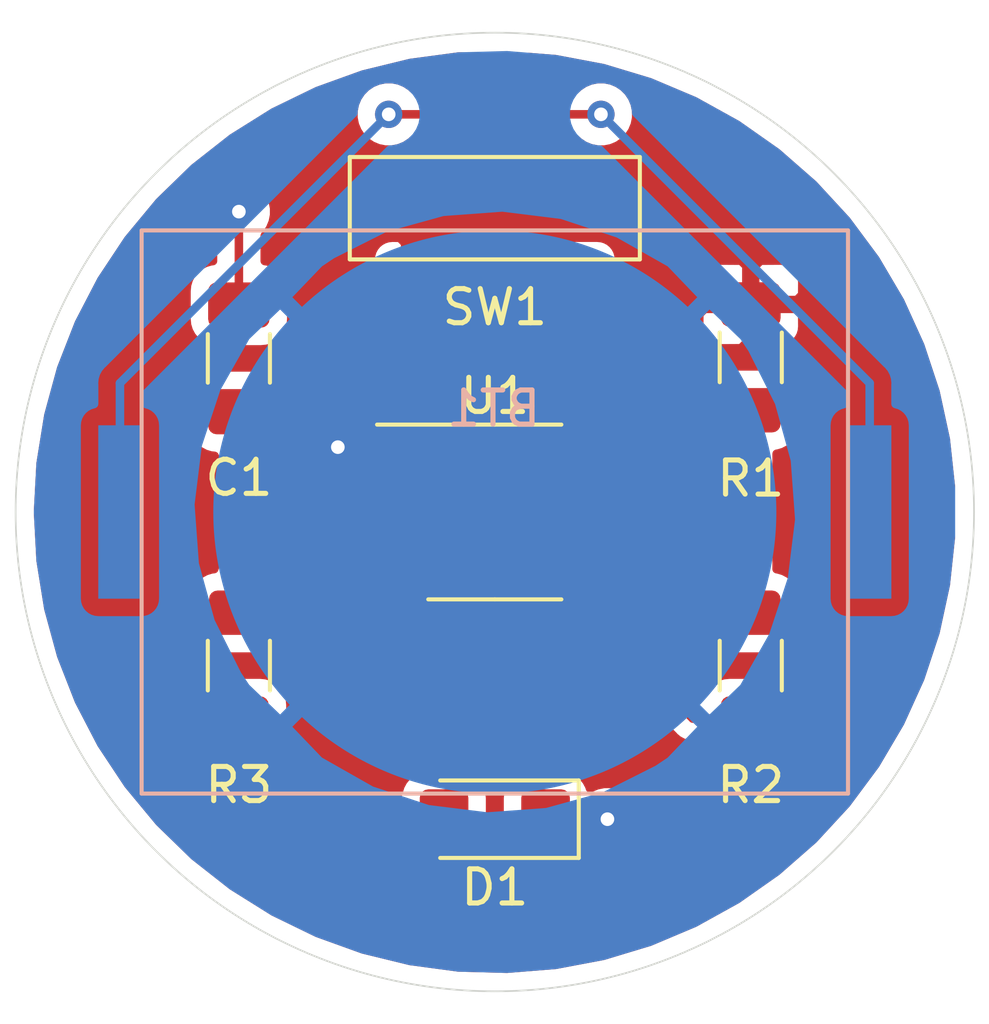
<source format=kicad_pcb>
(kicad_pcb (version 20171130) (host pcbnew "(5.1.9)-1")

  (general
    (thickness 0.51)
    (drawings 1)
    (tracks 38)
    (zones 0)
    (modules 8)
    (nets 10)
  )

  (page A4)
  (layers
    (0 F.Cu signal)
    (31 B.Cu signal)
    (32 B.Adhes user)
    (33 F.Adhes user)
    (34 B.Paste user)
    (35 F.Paste user)
    (36 B.SilkS user)
    (37 F.SilkS user)
    (38 B.Mask user)
    (39 F.Mask user)
    (40 Dwgs.User user)
    (41 Cmts.User user)
    (42 Eco1.User user)
    (43 Eco2.User user)
    (44 Edge.Cuts user)
    (45 Margin user)
    (46 B.CrtYd user)
    (47 F.CrtYd user)
    (48 B.Fab user)
    (49 F.Fab user)
  )

  (setup
    (last_trace_width 0.25)
    (trace_clearance 0.2)
    (zone_clearance 0.508)
    (zone_45_only no)
    (trace_min 0.000152)
    (via_size 0.8)
    (via_drill 0.4)
    (via_min_size 0.000508)
    (via_min_drill 0.3)
    (uvia_size 0.3)
    (uvia_drill 0.1)
    (uvias_allowed no)
    (uvia_min_size 0.000254)
    (uvia_min_drill 0.1)
    (edge_width 0.05)
    (segment_width 0.2)
    (pcb_text_width 0.3)
    (pcb_text_size 1.5 1.5)
    (mod_edge_width 0.12)
    (mod_text_size 1 1)
    (mod_text_width 0.15)
    (pad_size 1.524 1.524)
    (pad_drill 0.762)
    (pad_to_mask_clearance 0.0508)
    (solder_mask_min_width 0.101)
    (aux_axis_origin 0 0)
    (visible_elements 7FFFFFFF)
    (pcbplotparams
      (layerselection 0x010fc_ffffffff)
      (usegerberextensions false)
      (usegerberattributes true)
      (usegerberadvancedattributes true)
      (creategerberjobfile true)
      (excludeedgelayer true)
      (linewidth 0.100000)
      (plotframeref false)
      (viasonmask false)
      (mode 1)
      (useauxorigin false)
      (hpglpennumber 1)
      (hpglpenspeed 20)
      (hpglpendiameter 15.000000)
      (psnegative false)
      (psa4output false)
      (plotreference true)
      (plotvalue true)
      (plotinvisibletext false)
      (padsonsilk false)
      (subtractmaskfromsilk false)
      (outputformat 1)
      (mirror false)
      (drillshape 1)
      (scaleselection 1)
      (outputdirectory ""))
  )

  (net 0 "")
  (net 1 "Net-(BT1-Pad1)")
  (net 2 GND)
  (net 3 "Net-(C1-Pad1)")
  (net 4 "Net-(D1-Pad2)")
  (net 5 "Net-(R1-Pad2)")
  (net 6 "Net-(R3-Pad1)")
  (net 7 "Net-(U1-Pad5)")
  (net 8 "Net-(SW1-Pad3)")
  (net 9 VDD)

  (net_class Default "This is the default net class."
    (clearance 0.2)
    (trace_width 0.25)
    (via_dia 0.8)
    (via_drill 0.4)
    (uvia_dia 0.3)
    (uvia_drill 0.1)
    (add_net GND)
    (add_net "Net-(BT1-Pad1)")
    (add_net "Net-(C1-Pad1)")
    (add_net "Net-(D1-Pad2)")
    (add_net "Net-(R1-Pad2)")
    (add_net "Net-(R3-Pad1)")
    (add_net "Net-(SW1-Pad3)")
    (add_net "Net-(U1-Pad5)")
    (add_net VDD)
  )

  (module src:3034 (layer B.Cu) (tedit 60A817E8) (tstamp 60A6867E)
    (at 158.5 95)
    (path /6090E03A)
    (fp_text reference BT1 (at -0.03 -3.03) (layer B.SilkS)
      (effects (font (size 1 1) (thickness 0.15)) (justify mirror))
    )
    (fp_text value CR2032 (at 0 3.6) (layer B.Fab)
      (effects (font (size 1 1) (thickness 0.15)) (justify mirror))
    )
    (fp_line (start -10.35 -8.25) (end -10.35 8.25) (layer B.SilkS) (width 0.12))
    (fp_line (start 10.35 -8.25) (end -10.35 -8.25) (layer B.SilkS) (width 0.12))
    (fp_line (start 10.35 8.25) (end 10.35 -8.25) (layer B.SilkS) (width 0.12))
    (fp_line (start -10.35 8.25) (end 10.35 8.25) (layer B.SilkS) (width 0.12))
    (pad 2 smd circle (at 0 0) (size 16.5 16.5) (layers B.Cu B.Paste B.Mask)
      (net 2 GND))
    (pad 1 smd rect (at 10.985 0) (size 1.27 5.08) (layers B.Cu B.Paste B.Mask)
      (net 1 "Net-(BT1-Pad1)"))
    (pad 1 smd rect (at -10.985 0) (size 1.27 5.08) (layers B.Cu B.Paste B.Mask)
      (net 1 "Net-(BT1-Pad1)"))
  )

  (module Package_SO:SOIC-8_3.9x4.9mm_P1.27mm (layer F.Cu) (tedit 5D9F72B1) (tstamp 60A58DD4)
    (at 158.5 95)
    (descr "SOIC, 8 Pin (JEDEC MS-012AA, https://www.analog.com/media/en/package-pcb-resources/package/pkg_pdf/soic_narrow-r/r_8.pdf), generated with kicad-footprint-generator ipc_gullwing_generator.py")
    (tags "SOIC SO")
    (path /60908F50)
    (attr smd)
    (fp_text reference U1 (at 0 -3.4) (layer F.SilkS)
      (effects (font (size 1 1) (thickness 0.15)))
    )
    (fp_text value 7555 (at 0 3.4) (layer F.Fab)
      (effects (font (size 1 1) (thickness 0.15)))
    )
    (fp_text user %R (at 0 0) (layer F.Fab)
      (effects (font (size 0.98 0.98) (thickness 0.15)))
    )
    (fp_line (start 0 2.56) (end 1.95 2.56) (layer F.SilkS) (width 0.12))
    (fp_line (start 0 2.56) (end -1.95 2.56) (layer F.SilkS) (width 0.12))
    (fp_line (start 0 -2.56) (end 1.95 -2.56) (layer F.SilkS) (width 0.12))
    (fp_line (start 0 -2.56) (end -3.45 -2.56) (layer F.SilkS) (width 0.12))
    (fp_line (start -0.975 -2.45) (end 1.95 -2.45) (layer F.Fab) (width 0.1))
    (fp_line (start 1.95 -2.45) (end 1.95 2.45) (layer F.Fab) (width 0.1))
    (fp_line (start 1.95 2.45) (end -1.95 2.45) (layer F.Fab) (width 0.1))
    (fp_line (start -1.95 2.45) (end -1.95 -1.475) (layer F.Fab) (width 0.1))
    (fp_line (start -1.95 -1.475) (end -0.975 -2.45) (layer F.Fab) (width 0.1))
    (fp_line (start -3.7 -2.7) (end -3.7 2.7) (layer F.CrtYd) (width 0.05))
    (fp_line (start -3.7 2.7) (end 3.7 2.7) (layer F.CrtYd) (width 0.05))
    (fp_line (start 3.7 2.7) (end 3.7 -2.7) (layer F.CrtYd) (width 0.05))
    (fp_line (start 3.7 -2.7) (end -3.7 -2.7) (layer F.CrtYd) (width 0.05))
    (pad 8 smd roundrect (at 2.475 -1.905) (size 1.95 0.6) (layers F.Cu F.Paste F.Mask) (roundrect_rratio 0.25)
      (net 9 VDD))
    (pad 7 smd roundrect (at 2.475 -0.635) (size 1.95 0.6) (layers F.Cu F.Paste F.Mask) (roundrect_rratio 0.25)
      (net 5 "Net-(R1-Pad2)"))
    (pad 6 smd roundrect (at 2.475 0.635) (size 1.95 0.6) (layers F.Cu F.Paste F.Mask) (roundrect_rratio 0.25)
      (net 3 "Net-(C1-Pad1)"))
    (pad 5 smd roundrect (at 2.475 1.905) (size 1.95 0.6) (layers F.Cu F.Paste F.Mask) (roundrect_rratio 0.25)
      (net 7 "Net-(U1-Pad5)"))
    (pad 4 smd roundrect (at -2.475 1.905) (size 1.95 0.6) (layers F.Cu F.Paste F.Mask) (roundrect_rratio 0.25)
      (net 9 VDD))
    (pad 3 smd roundrect (at -2.475 0.635) (size 1.95 0.6) (layers F.Cu F.Paste F.Mask) (roundrect_rratio 0.25)
      (net 6 "Net-(R3-Pad1)"))
    (pad 2 smd roundrect (at -2.475 -0.635) (size 1.95 0.6) (layers F.Cu F.Paste F.Mask) (roundrect_rratio 0.25)
      (net 3 "Net-(C1-Pad1)"))
    (pad 1 smd roundrect (at -2.475 -1.905) (size 1.95 0.6) (layers F.Cu F.Paste F.Mask) (roundrect_rratio 0.25)
      (net 2 GND))
    (model ${KISYS3DMOD}/Package_SO.3dshapes/SOIC-8_3.9x4.9mm_P1.27mm.wrl
      (at (xyz 0 0 0))
      (scale (xyz 1 1 1))
      (rotate (xyz 0 0 0))
    )
  )

  (module src:JS102011SCQN (layer F.Cu) (tedit 60932C24) (tstamp 60A5A116)
    (at 158.5 86.1)
    (path /6096FD5C)
    (fp_text reference SW1 (at 0 2.9) (layer F.SilkS)
      (effects (font (size 1 1) (thickness 0.15)))
    )
    (fp_text value SW_SPDT (at 0 -0.1) (layer F.Fab)
      (effects (font (size 1 1) (thickness 0.15)))
    )
    (fp_line (start -4.25 1.5) (end 4.25 1.5) (layer F.SilkS) (width 0.12))
    (fp_line (start 4.25 1.5) (end 4.25 -1.5) (layer F.SilkS) (width 0.12))
    (fp_line (start 4.25 -1.5) (end -4.25 -1.5) (layer F.SilkS) (width 0.12))
    (fp_line (start -4.25 -1.5) (end -4.25 1.5) (layer F.SilkS) (width 0.12))
    (pad 3 smd rect (at 2.5 2.75) (size 1 2.5) (layers F.Cu F.Paste F.Mask)
      (net 8 "Net-(SW1-Pad3)"))
    (pad 2 smd rect (at 0 -2.75) (size 1 2.5) (layers F.Cu F.Paste F.Mask)
      (net 1 "Net-(BT1-Pad1)"))
    (pad 1 smd rect (at -2.5 2.75) (size 1 2.5) (layers F.Cu F.Paste F.Mask)
      (net 9 VDD))
  )

  (module Resistor_SMD:R_1206_3216Metric_Pad1.30x1.75mm_HandSolder (layer F.Cu) (tedit 5F68FEEE) (tstamp 60A5AF6D)
    (at 151 99.5 270)
    (descr "Resistor SMD 1206 (3216 Metric), square (rectangular) end terminal, IPC_7351 nominal with elongated pad for handsoldering. (Body size source: IPC-SM-782 page 72, https://www.pcb-3d.com/wordpress/wp-content/uploads/ipc-sm-782a_amendment_1_and_2.pdf), generated with kicad-footprint-generator")
    (tags "resistor handsolder")
    (path /6090A70C)
    (attr smd)
    (fp_text reference R3 (at 3.5 0 180) (layer F.SilkS)
      (effects (font (size 1 1) (thickness 0.15)))
    )
    (fp_text value 150 (at 0 1.82 90) (layer F.Fab)
      (effects (font (size 1 1) (thickness 0.15)))
    )
    (fp_text user %R (at 0 0 90) (layer F.Fab)
      (effects (font (size 0.8 0.8) (thickness 0.12)))
    )
    (fp_line (start -1.6 0.8) (end -1.6 -0.8) (layer F.Fab) (width 0.1))
    (fp_line (start -1.6 -0.8) (end 1.6 -0.8) (layer F.Fab) (width 0.1))
    (fp_line (start 1.6 -0.8) (end 1.6 0.8) (layer F.Fab) (width 0.1))
    (fp_line (start 1.6 0.8) (end -1.6 0.8) (layer F.Fab) (width 0.1))
    (fp_line (start -0.727064 -0.91) (end 0.727064 -0.91) (layer F.SilkS) (width 0.12))
    (fp_line (start -0.727064 0.91) (end 0.727064 0.91) (layer F.SilkS) (width 0.12))
    (fp_line (start -2.45 1.12) (end -2.45 -1.12) (layer F.CrtYd) (width 0.05))
    (fp_line (start -2.45 -1.12) (end 2.45 -1.12) (layer F.CrtYd) (width 0.05))
    (fp_line (start 2.45 -1.12) (end 2.45 1.12) (layer F.CrtYd) (width 0.05))
    (fp_line (start 2.45 1.12) (end -2.45 1.12) (layer F.CrtYd) (width 0.05))
    (pad 2 smd roundrect (at 1.55 0 270) (size 1.3 1.75) (layers F.Cu F.Paste F.Mask) (roundrect_rratio 0.192308)
      (net 4 "Net-(D1-Pad2)"))
    (pad 1 smd roundrect (at -1.55 0 270) (size 1.3 1.75) (layers F.Cu F.Paste F.Mask) (roundrect_rratio 0.192308)
      (net 6 "Net-(R3-Pad1)"))
    (model ${KISYS3DMOD}/Resistor_SMD.3dshapes/R_1206_3216Metric.wrl
      (at (xyz 0 0 0))
      (scale (xyz 1 1 1))
      (rotate (xyz 0 0 0))
    )
  )

  (module Resistor_SMD:R_1206_3216Metric_Pad1.30x1.75mm_HandSolder (layer F.Cu) (tedit 5F68FEEE) (tstamp 60A68603)
    (at 166 99.5 270)
    (descr "Resistor SMD 1206 (3216 Metric), square (rectangular) end terminal, IPC_7351 nominal with elongated pad for handsoldering. (Body size source: IPC-SM-782 page 72, https://www.pcb-3d.com/wordpress/wp-content/uploads/ipc-sm-782a_amendment_1_and_2.pdf), generated with kicad-footprint-generator")
    (tags "resistor handsolder")
    (path /6090A2E7)
    (attr smd)
    (fp_text reference R2 (at 3.5 0 180) (layer F.SilkS)
      (effects (font (size 1 1) (thickness 0.15)))
    )
    (fp_text value 470k (at -3.1 0 180) (layer F.Fab)
      (effects (font (size 1 1) (thickness 0.15)))
    )
    (fp_text user %R (at 0 0 90) (layer F.Fab)
      (effects (font (size 0.8 0.8) (thickness 0.12)))
    )
    (fp_line (start -1.6 0.8) (end -1.6 -0.8) (layer F.Fab) (width 0.1))
    (fp_line (start -1.6 -0.8) (end 1.6 -0.8) (layer F.Fab) (width 0.1))
    (fp_line (start 1.6 -0.8) (end 1.6 0.8) (layer F.Fab) (width 0.1))
    (fp_line (start 1.6 0.8) (end -1.6 0.8) (layer F.Fab) (width 0.1))
    (fp_line (start -0.727064 -0.91) (end 0.727064 -0.91) (layer F.SilkS) (width 0.12))
    (fp_line (start -0.727064 0.91) (end 0.727064 0.91) (layer F.SilkS) (width 0.12))
    (fp_line (start -2.45 1.12) (end -2.45 -1.12) (layer F.CrtYd) (width 0.05))
    (fp_line (start -2.45 -1.12) (end 2.45 -1.12) (layer F.CrtYd) (width 0.05))
    (fp_line (start 2.45 -1.12) (end 2.45 1.12) (layer F.CrtYd) (width 0.05))
    (fp_line (start 2.45 1.12) (end -2.45 1.12) (layer F.CrtYd) (width 0.05))
    (pad 2 smd roundrect (at 1.55 0 270) (size 1.3 1.75) (layers F.Cu F.Paste F.Mask) (roundrect_rratio 0.192308)
      (net 3 "Net-(C1-Pad1)"))
    (pad 1 smd roundrect (at -1.55 0 270) (size 1.3 1.75) (layers F.Cu F.Paste F.Mask) (roundrect_rratio 0.192308)
      (net 5 "Net-(R1-Pad2)"))
    (model ${KISYS3DMOD}/Resistor_SMD.3dshapes/R_1206_3216Metric.wrl
      (at (xyz 0 0 0))
      (scale (xyz 1 1 1))
      (rotate (xyz 0 0 0))
    )
  )

  (module Resistor_SMD:R_1206_3216Metric_Pad1.30x1.75mm_HandSolder (layer F.Cu) (tedit 5F68FEEE) (tstamp 60A5AEBB)
    (at 166 90.47 270)
    (descr "Resistor SMD 1206 (3216 Metric), square (rectangular) end terminal, IPC_7351 nominal with elongated pad for handsoldering. (Body size source: IPC-SM-782 page 72, https://www.pcb-3d.com/wordpress/wp-content/uploads/ipc-sm-782a_amendment_1_and_2.pdf), generated with kicad-footprint-generator")
    (tags "resistor handsolder")
    (path /60909B15)
    (attr smd)
    (fp_text reference R1 (at 3.55 0 180) (layer F.SilkS)
      (effects (font (size 1 1) (thickness 0.15)))
    )
    (fp_text value 1k (at -3.07 0 180) (layer F.Fab)
      (effects (font (size 1 1) (thickness 0.15)))
    )
    (fp_text user %R (at 0 0 90) (layer F.Fab)
      (effects (font (size 0.8 0.8) (thickness 0.12)))
    )
    (fp_line (start -1.6 0.8) (end -1.6 -0.8) (layer F.Fab) (width 0.1))
    (fp_line (start -1.6 -0.8) (end 1.6 -0.8) (layer F.Fab) (width 0.1))
    (fp_line (start 1.6 -0.8) (end 1.6 0.8) (layer F.Fab) (width 0.1))
    (fp_line (start 1.6 0.8) (end -1.6 0.8) (layer F.Fab) (width 0.1))
    (fp_line (start -0.727064 -0.91) (end 0.727064 -0.91) (layer F.SilkS) (width 0.12))
    (fp_line (start -0.727064 0.91) (end 0.727064 0.91) (layer F.SilkS) (width 0.12))
    (fp_line (start -2.45 1.12) (end -2.45 -1.12) (layer F.CrtYd) (width 0.05))
    (fp_line (start -2.45 -1.12) (end 2.45 -1.12) (layer F.CrtYd) (width 0.05))
    (fp_line (start 2.45 -1.12) (end 2.45 1.12) (layer F.CrtYd) (width 0.05))
    (fp_line (start 2.45 1.12) (end -2.45 1.12) (layer F.CrtYd) (width 0.05))
    (pad 2 smd roundrect (at 1.55 0 270) (size 1.3 1.75) (layers F.Cu F.Paste F.Mask) (roundrect_rratio 0.192308)
      (net 5 "Net-(R1-Pad2)"))
    (pad 1 smd roundrect (at -1.55 0 270) (size 1.3 1.75) (layers F.Cu F.Paste F.Mask) (roundrect_rratio 0.192308)
      (net 9 VDD))
    (model ${KISYS3DMOD}/Resistor_SMD.3dshapes/R_1206_3216Metric.wrl
      (at (xyz 0 0 0))
      (scale (xyz 1 1 1))
      (rotate (xyz 0 0 0))
    )
  )

  (module LED_SMD:LED_1206_3216Metric_Pad1.42x1.75mm_HandSolder (layer F.Cu) (tedit 5F68FEF1) (tstamp 60A59935)
    (at 158.5 104 180)
    (descr "LED SMD 1206 (3216 Metric), square (rectangular) end terminal, IPC_7351 nominal, (Body size source: http://www.tortai-tech.com/upload/download/2011102023233369053.pdf), generated with kicad-footprint-generator")
    (tags "LED handsolder")
    (path /6090D5BB)
    (attr smd)
    (fp_text reference D1 (at 0 -2) (layer F.SilkS)
      (effects (font (size 1 1) (thickness 0.15)))
    )
    (fp_text value LED (at 0 1.82) (layer F.Fab)
      (effects (font (size 1 1) (thickness 0.15)))
    )
    (fp_text user %R (at 0 0) (layer F.Fab)
      (effects (font (size 0.8 0.8) (thickness 0.12)))
    )
    (fp_line (start 1.6 -0.8) (end -1.2 -0.8) (layer F.Fab) (width 0.1))
    (fp_line (start -1.2 -0.8) (end -1.6 -0.4) (layer F.Fab) (width 0.1))
    (fp_line (start -1.6 -0.4) (end -1.6 0.8) (layer F.Fab) (width 0.1))
    (fp_line (start -1.6 0.8) (end 1.6 0.8) (layer F.Fab) (width 0.1))
    (fp_line (start 1.6 0.8) (end 1.6 -0.8) (layer F.Fab) (width 0.1))
    (fp_line (start 1.6 -1.135) (end -2.46 -1.135) (layer F.SilkS) (width 0.12))
    (fp_line (start -2.46 -1.135) (end -2.46 1.135) (layer F.SilkS) (width 0.12))
    (fp_line (start -2.46 1.135) (end 1.6 1.135) (layer F.SilkS) (width 0.12))
    (fp_line (start -2.45 1.12) (end -2.45 -1.12) (layer F.CrtYd) (width 0.05))
    (fp_line (start -2.45 -1.12) (end 2.45 -1.12) (layer F.CrtYd) (width 0.05))
    (fp_line (start 2.45 -1.12) (end 2.45 1.12) (layer F.CrtYd) (width 0.05))
    (fp_line (start 2.45 1.12) (end -2.45 1.12) (layer F.CrtYd) (width 0.05))
    (pad 2 smd roundrect (at 1.4875 0 180) (size 1.425 1.75) (layers F.Cu F.Paste F.Mask) (roundrect_rratio 0.175439)
      (net 4 "Net-(D1-Pad2)"))
    (pad 1 smd roundrect (at -1.4875 0 180) (size 1.425 1.75) (layers F.Cu F.Paste F.Mask) (roundrect_rratio 0.175439)
      (net 2 GND))
    (model ${KISYS3DMOD}/LED_SMD.3dshapes/LED_1206_3216Metric.wrl
      (at (xyz 0 0 0))
      (scale (xyz 1 1 1))
      (rotate (xyz 0 0 0))
    )
  )

  (module Capacitor_SMD:C_1206_3216Metric_Pad1.33x1.80mm_HandSolder (layer F.Cu) (tedit 5F68FEEF) (tstamp 60A590B5)
    (at 151 90.5 90)
    (descr "Capacitor SMD 1206 (3216 Metric), square (rectangular) end terminal, IPC_7351 nominal with elongated pad for handsoldering. (Body size source: IPC-SM-782 page 76, https://www.pcb-3d.com/wordpress/wp-content/uploads/ipc-sm-782a_amendment_1_and_2.pdf), generated with kicad-footprint-generator")
    (tags "capacitor handsolder")
    (path /6090AFC9)
    (attr smd)
    (fp_text reference C1 (at -3.5 0 180) (layer F.SilkS)
      (effects (font (size 1 1) (thickness 0.15)))
    )
    (fp_text value 1uF (at 0 -1.8 90) (layer F.Fab)
      (effects (font (size 1 1) (thickness 0.15)))
    )
    (fp_text user %R (at 0 0 90) (layer F.Fab)
      (effects (font (size 0.8 0.8) (thickness 0.12)))
    )
    (fp_line (start -1.6 0.8) (end -1.6 -0.8) (layer F.Fab) (width 0.1))
    (fp_line (start -1.6 -0.8) (end 1.6 -0.8) (layer F.Fab) (width 0.1))
    (fp_line (start 1.6 -0.8) (end 1.6 0.8) (layer F.Fab) (width 0.1))
    (fp_line (start 1.6 0.8) (end -1.6 0.8) (layer F.Fab) (width 0.1))
    (fp_line (start -0.711252 -0.91) (end 0.711252 -0.91) (layer F.SilkS) (width 0.12))
    (fp_line (start -0.711252 0.91) (end 0.711252 0.91) (layer F.SilkS) (width 0.12))
    (fp_line (start -2.48 1.15) (end -2.48 -1.15) (layer F.CrtYd) (width 0.05))
    (fp_line (start -2.48 -1.15) (end 2.48 -1.15) (layer F.CrtYd) (width 0.05))
    (fp_line (start 2.48 -1.15) (end 2.48 1.15) (layer F.CrtYd) (width 0.05))
    (fp_line (start 2.48 1.15) (end -2.48 1.15) (layer F.CrtYd) (width 0.05))
    (pad 2 smd roundrect (at 1.5625 0 90) (size 1.325 1.8) (layers F.Cu F.Paste F.Mask) (roundrect_rratio 0.188679)
      (net 2 GND))
    (pad 1 smd roundrect (at -1.5625 0 90) (size 1.325 1.8) (layers F.Cu F.Paste F.Mask) (roundrect_rratio 0.188679)
      (net 3 "Net-(C1-Pad1)"))
    (model ${KISYS3DMOD}/Capacitor_SMD.3dshapes/C_1206_3216Metric.wrl
      (at (xyz 0 0 0))
      (scale (xyz 1 1 1))
      (rotate (xyz 0 0 0))
    )
  )

  (gr_circle (center 158.5 95) (end 166.7 106.4) (layer Edge.Cuts) (width 0.05) (tstamp 60A5912A))

  (via (at 155.39 83.35) (size 0.8) (drill 0.4) (layers F.Cu B.Cu) (net 1))
  (segment (start 147.515 91.225) (end 155.39 83.35) (width 0.25) (layer B.Cu) (net 1))
  (segment (start 147.515 95) (end 147.515 91.225) (width 0.25) (layer B.Cu) (net 1))
  (segment (start 155.39 83.35) (end 158.5 83.35) (width 0.25) (layer F.Cu) (net 1))
  (segment (start 161.61 83.35) (end 158.5 83.35) (width 0.25) (layer F.Cu) (net 1) (tstamp 60A8276A))
  (via (at 161.61 83.35) (size 0.8) (drill 0.4) (layers F.Cu B.Cu) (net 1) (tstamp 60A827A0))
  (segment (start 169.485 91.225) (end 161.61 83.35) (width 0.25) (layer B.Cu) (net 1) (tstamp 60A827B0))
  (segment (start 169.485 95) (end 169.485 91.225) (width 0.25) (layer B.Cu) (net 1))
  (via (at 161.8 104) (size 0.8) (drill 0.4) (layers F.Cu B.Cu) (net 2))
  (segment (start 159.9875 104) (end 161.8 104) (width 0.25) (layer F.Cu) (net 2))
  (via (at 153.9 93.1) (size 0.8) (drill 0.4) (layers F.Cu B.Cu) (net 2))
  (segment (start 153.905 93.095) (end 153.9 93.1) (width 0.25) (layer F.Cu) (net 2))
  (segment (start 156.025 93.095) (end 153.905 93.095) (width 0.25) (layer F.Cu) (net 2))
  (via (at 151 86.2) (size 0.8) (drill 0.4) (layers F.Cu B.Cu) (net 2))
  (segment (start 151 88.9375) (end 151 86.2) (width 0.25) (layer F.Cu) (net 2))
  (segment (start 151 92.0625) (end 151 93.088) (width 0.25) (layer F.Cu) (net 3))
  (segment (start 152.277 94.365) (end 156.025 94.365) (width 0.25) (layer F.Cu) (net 3))
  (segment (start 151 93.088) (end 152.277 94.365) (width 0.25) (layer F.Cu) (net 3))
  (segment (start 166 101.05) (end 164.3 101.05) (width 0.25) (layer F.Cu) (net 3))
  (segment (start 164.3 101.05) (end 163.5 100.25) (width 0.25) (layer F.Cu) (net 3))
  (segment (start 163.5 100.25) (end 163.5 96.5) (width 0.25) (layer F.Cu) (net 3))
  (segment (start 162.635 95.635) (end 160.975 95.635) (width 0.25) (layer F.Cu) (net 3))
  (segment (start 163.5 96.5) (end 162.635 95.635) (width 0.25) (layer F.Cu) (net 3))
  (segment (start 156.025 94.365) (end 157.865 94.365) (width 0.25) (layer F.Cu) (net 3))
  (segment (start 159.135 95.635) (end 160.975 95.635) (width 0.25) (layer F.Cu) (net 3))
  (segment (start 157.865 94.365) (end 159.135 95.635) (width 0.25) (layer F.Cu) (net 3))
  (segment (start 151 101.05) (end 151 102.994) (width 0.25) (layer F.Cu) (net 4))
  (segment (start 152.006 104) (end 157.0125 104) (width 0.25) (layer F.Cu) (net 4))
  (segment (start 151 102.994) (end 152.006 104) (width 0.25) (layer F.Cu) (net 4))
  (segment (start 166 97.95) (end 166 92.02) (width 0.25) (layer F.Cu) (net 5))
  (segment (start 166 92.02) (end 164.23 92.02) (width 0.25) (layer F.Cu) (net 5))
  (segment (start 164.23 92.02) (end 163.5 92.75) (width 0.25) (layer F.Cu) (net 5))
  (segment (start 163.5 92.75) (end 163.5 94) (width 0.25) (layer F.Cu) (net 5))
  (segment (start 163.135 94.365) (end 160.975 94.365) (width 0.25) (layer F.Cu) (net 5))
  (segment (start 163.5 94) (end 163.135 94.365) (width 0.25) (layer F.Cu) (net 5))
  (segment (start 151 97.95) (end 151 96.904) (width 0.25) (layer F.Cu) (net 6))
  (segment (start 152.269 95.635) (end 156.025 95.635) (width 0.25) (layer F.Cu) (net 6))
  (segment (start 151 96.904) (end 152.269 95.635) (width 0.25) (layer F.Cu) (net 6))

  (zone (net 2) (net_name GND) (layer B.Cu) (tstamp 60A68792) (hatch edge 0.508)
    (connect_pads (clearance 0.508))
    (min_thickness 0.254)
    (fill yes (arc_segments 32) (thermal_gap 0.508) (thermal_bridge_width 0.508))
    (polygon
      (pts
        (xy 173 110) (xy 144 110) (xy 144 80) (xy 173 80)
      )
    )
    (filled_polygon
      (pts
        (xy 160.276238 81.735608) (xy 161.676094 81.999556) (xy 163.039963 82.410804) (xy 164.352393 82.964693) (xy 165.598513 83.654946)
        (xy 166.764203 84.473744) (xy 167.836258 85.411808) (xy 168.802528 86.458511) (xy 169.652067 87.601992) (xy 170.375248 88.829295)
        (xy 170.963878 90.126515) (xy 171.411288 91.478953) (xy 171.712407 92.871286) (xy 171.863825 94.287739) (xy 171.863825 95.712261)
        (xy 171.712407 97.128714) (xy 171.411288 98.521047) (xy 170.963878 99.873485) (xy 170.375248 101.170705) (xy 169.652067 102.398008)
        (xy 168.802528 103.541489) (xy 167.836258 104.588192) (xy 166.764203 105.526256) (xy 165.598513 106.345054) (xy 164.352393 107.035307)
        (xy 163.039963 107.589196) (xy 161.676094 108.000444) (xy 160.276238 108.264392) (xy 158.856257 108.378049) (xy 157.432239 108.340128)
        (xy 156.02032 108.151057) (xy 154.636496 107.81298) (xy 153.296447 107.329727) (xy 152.015356 106.706772) (xy 150.80774 105.951176)
        (xy 149.687279 105.071498) (xy 148.66667 104.077706) (xy 147.757477 102.98106) (xy 146.970001 101.793986) (xy 146.708086 101.289942)
        (xy 152.389663 101.289942) (xy 153.355534 102.296815) (xy 154.877922 103.160244) (xy 156.539503 103.71008) (xy 158.276426 103.925192)
        (xy 160.021941 103.797314) (xy 161.708967 103.33136) (xy 163.272676 102.545237) (xy 163.644466 102.296815) (xy 164.610337 101.289942)
        (xy 158.5 95.179605) (xy 152.389663 101.289942) (xy 146.708086 101.289942) (xy 146.313164 100.529933) (xy 145.794409 99.203223)
        (xy 145.419614 97.82889) (xy 145.193024 96.422504) (xy 145.117208 95) (xy 145.193024 93.577496) (xy 145.373069 92.46)
        (xy 146.241928 92.46) (xy 146.241928 97.54) (xy 146.254188 97.664482) (xy 146.290498 97.78418) (xy 146.349463 97.894494)
        (xy 146.428815 97.991185) (xy 146.525506 98.070537) (xy 146.63582 98.129502) (xy 146.755518 98.165812) (xy 146.88 98.178072)
        (xy 148.15 98.178072) (xy 148.274482 98.165812) (xy 148.39418 98.129502) (xy 148.504494 98.070537) (xy 148.601185 97.991185)
        (xy 148.680537 97.894494) (xy 148.739502 97.78418) (xy 148.775812 97.664482) (xy 148.788072 97.54) (xy 148.788072 94.776426)
        (xy 149.574808 94.776426) (xy 149.702686 96.521941) (xy 150.16864 98.208967) (xy 150.954763 99.772676) (xy 151.203185 100.144466)
        (xy 152.210058 101.110337) (xy 158.320395 95) (xy 158.679605 95) (xy 164.789942 101.110337) (xy 165.796815 100.144466)
        (xy 166.660244 98.622078) (xy 167.21008 96.960497) (xy 167.425192 95.223574) (xy 167.297314 93.478059) (xy 166.83136 91.791033)
        (xy 166.045237 90.227324) (xy 165.796815 89.855534) (xy 164.789942 88.889663) (xy 158.679605 95) (xy 158.320395 95)
        (xy 152.210058 88.889663) (xy 151.203185 89.855534) (xy 150.339756 91.377922) (xy 149.78992 93.039503) (xy 149.574808 94.776426)
        (xy 148.788072 94.776426) (xy 148.788072 92.46) (xy 148.775812 92.335518) (xy 148.739502 92.21582) (xy 148.680537 92.105506)
        (xy 148.601185 92.008815) (xy 148.504494 91.929463) (xy 148.39418 91.870498) (xy 148.275 91.834345) (xy 148.275 91.539801)
        (xy 151.104743 88.710058) (xy 152.389663 88.710058) (xy 158.5 94.820395) (xy 164.610337 88.710058) (xy 163.644466 87.703185)
        (xy 162.122078 86.839756) (xy 160.460497 86.28992) (xy 158.723574 86.074808) (xy 156.978059 86.202686) (xy 155.291033 86.66864)
        (xy 153.727324 87.454763) (xy 153.355534 87.703185) (xy 152.389663 88.710058) (xy 151.104743 88.710058) (xy 155.429802 84.385)
        (xy 155.491939 84.385) (xy 155.691898 84.345226) (xy 155.880256 84.267205) (xy 156.049774 84.153937) (xy 156.193937 84.009774)
        (xy 156.307205 83.840256) (xy 156.385226 83.651898) (xy 156.425 83.451939) (xy 156.425 83.248061) (xy 160.575 83.248061)
        (xy 160.575 83.451939) (xy 160.614774 83.651898) (xy 160.692795 83.840256) (xy 160.806063 84.009774) (xy 160.950226 84.153937)
        (xy 161.119744 84.267205) (xy 161.308102 84.345226) (xy 161.508061 84.385) (xy 161.570199 84.385) (xy 168.725001 91.539803)
        (xy 168.725001 91.834345) (xy 168.60582 91.870498) (xy 168.495506 91.929463) (xy 168.398815 92.008815) (xy 168.319463 92.105506)
        (xy 168.260498 92.21582) (xy 168.224188 92.335518) (xy 168.211928 92.46) (xy 168.211928 97.54) (xy 168.224188 97.664482)
        (xy 168.260498 97.78418) (xy 168.319463 97.894494) (xy 168.398815 97.991185) (xy 168.495506 98.070537) (xy 168.60582 98.129502)
        (xy 168.725518 98.165812) (xy 168.85 98.178072) (xy 170.12 98.178072) (xy 170.244482 98.165812) (xy 170.36418 98.129502)
        (xy 170.474494 98.070537) (xy 170.571185 97.991185) (xy 170.650537 97.894494) (xy 170.709502 97.78418) (xy 170.745812 97.664482)
        (xy 170.758072 97.54) (xy 170.758072 92.46) (xy 170.745812 92.335518) (xy 170.709502 92.21582) (xy 170.650537 92.105506)
        (xy 170.571185 92.008815) (xy 170.474494 91.929463) (xy 170.36418 91.870498) (xy 170.245 91.834345) (xy 170.245 91.262323)
        (xy 170.248676 91.225) (xy 170.245 91.187677) (xy 170.245 91.187667) (xy 170.234003 91.076014) (xy 170.190546 90.932753)
        (xy 170.119974 90.800724) (xy 170.025001 90.684999) (xy 169.996003 90.661201) (xy 162.645 83.310199) (xy 162.645 83.248061)
        (xy 162.605226 83.048102) (xy 162.527205 82.859744) (xy 162.413937 82.690226) (xy 162.269774 82.546063) (xy 162.100256 82.432795)
        (xy 161.911898 82.354774) (xy 161.711939 82.315) (xy 161.508061 82.315) (xy 161.308102 82.354774) (xy 161.119744 82.432795)
        (xy 160.950226 82.546063) (xy 160.806063 82.690226) (xy 160.692795 82.859744) (xy 160.614774 83.048102) (xy 160.575 83.248061)
        (xy 156.425 83.248061) (xy 156.385226 83.048102) (xy 156.307205 82.859744) (xy 156.193937 82.690226) (xy 156.049774 82.546063)
        (xy 155.880256 82.432795) (xy 155.691898 82.354774) (xy 155.491939 82.315) (xy 155.288061 82.315) (xy 155.088102 82.354774)
        (xy 154.899744 82.432795) (xy 154.730226 82.546063) (xy 154.586063 82.690226) (xy 154.472795 82.859744) (xy 154.394774 83.048102)
        (xy 154.355 83.248061) (xy 154.355 83.310198) (xy 147.003998 90.661201) (xy 146.975 90.684999) (xy 146.951202 90.713997)
        (xy 146.951201 90.713998) (xy 146.880026 90.800724) (xy 146.809454 90.932754) (xy 146.765998 91.076015) (xy 146.751324 91.225)
        (xy 146.755001 91.262332) (xy 146.755001 91.834345) (xy 146.63582 91.870498) (xy 146.525506 91.929463) (xy 146.428815 92.008815)
        (xy 146.349463 92.105506) (xy 146.290498 92.21582) (xy 146.254188 92.335518) (xy 146.241928 92.46) (xy 145.373069 92.46)
        (xy 145.419614 92.17111) (xy 145.794409 90.796777) (xy 146.313164 89.470067) (xy 146.970001 88.206014) (xy 147.757477 87.01894)
        (xy 148.66667 85.922294) (xy 149.687279 84.928502) (xy 150.80774 84.048824) (xy 152.015356 83.293228) (xy 153.296447 82.670273)
        (xy 154.636496 82.18702) (xy 156.02032 81.848943) (xy 157.432239 81.659872) (xy 158.856257 81.621951)
      )
    )
  )
  (zone (net 9) (net_name VDD) (layer F.Cu) (tstamp 0) (hatch edge 0.508)
    (connect_pads (clearance 0.508))
    (min_thickness 0.254)
    (fill yes (arc_segments 32) (thermal_gap 0.508) (thermal_bridge_width 0.508))
    (polygon
      (pts
        (xy 173 110) (xy 144 110) (xy 144 80) (xy 173 80)
      )
    )
    (filled_polygon
      (pts
        (xy 157.469463 81.745506) (xy 157.410498 81.85582) (xy 157.374188 81.975518) (xy 157.361928 82.1) (xy 157.361928 82.59)
        (xy 156.093711 82.59) (xy 156.049774 82.546063) (xy 155.880256 82.432795) (xy 155.691898 82.354774) (xy 155.491939 82.315)
        (xy 155.288061 82.315) (xy 155.088102 82.354774) (xy 154.899744 82.432795) (xy 154.730226 82.546063) (xy 154.586063 82.690226)
        (xy 154.472795 82.859744) (xy 154.394774 83.048102) (xy 154.355 83.248061) (xy 154.355 83.451939) (xy 154.394774 83.651898)
        (xy 154.472795 83.840256) (xy 154.586063 84.009774) (xy 154.730226 84.153937) (xy 154.899744 84.267205) (xy 155.088102 84.345226)
        (xy 155.288061 84.385) (xy 155.491939 84.385) (xy 155.691898 84.345226) (xy 155.880256 84.267205) (xy 156.049774 84.153937)
        (xy 156.093711 84.11) (xy 157.361928 84.11) (xy 157.361928 84.6) (xy 157.374188 84.724482) (xy 157.410498 84.84418)
        (xy 157.469463 84.954494) (xy 157.548815 85.051185) (xy 157.645506 85.130537) (xy 157.75582 85.189502) (xy 157.875518 85.225812)
        (xy 158 85.238072) (xy 159 85.238072) (xy 159.124482 85.225812) (xy 159.24418 85.189502) (xy 159.354494 85.130537)
        (xy 159.451185 85.051185) (xy 159.530537 84.954494) (xy 159.589502 84.84418) (xy 159.625812 84.724482) (xy 159.638072 84.6)
        (xy 159.638072 84.11) (xy 160.906289 84.11) (xy 160.950226 84.153937) (xy 161.119744 84.267205) (xy 161.308102 84.345226)
        (xy 161.508061 84.385) (xy 161.711939 84.385) (xy 161.911898 84.345226) (xy 162.100256 84.267205) (xy 162.269774 84.153937)
        (xy 162.413937 84.009774) (xy 162.527205 83.840256) (xy 162.605226 83.651898) (xy 162.645 83.451939) (xy 162.645 83.248061)
        (xy 162.605226 83.048102) (xy 162.527205 82.859744) (xy 162.413937 82.690226) (xy 162.269774 82.546063) (xy 162.100256 82.432795)
        (xy 161.911898 82.354774) (xy 161.711939 82.315) (xy 161.508061 82.315) (xy 161.308102 82.354774) (xy 161.119744 82.432795)
        (xy 160.950226 82.546063) (xy 160.906289 82.59) (xy 159.638072 82.59) (xy 159.638072 82.1) (xy 159.625812 81.975518)
        (xy 159.589502 81.85582) (xy 159.530537 81.745506) (xy 159.469415 81.671029) (xy 160.276238 81.735608) (xy 161.676094 81.999556)
        (xy 163.039963 82.410804) (xy 164.352393 82.964693) (xy 165.598513 83.654946) (xy 166.764203 84.473744) (xy 167.836258 85.411808)
        (xy 168.802528 86.458511) (xy 169.652067 87.601992) (xy 170.375248 88.829295) (xy 170.963878 90.126515) (xy 171.411288 91.478953)
        (xy 171.712407 92.871286) (xy 171.863825 94.287739) (xy 171.863825 95.712261) (xy 171.712407 97.128714) (xy 171.411288 98.521047)
        (xy 170.963878 99.873485) (xy 170.375248 101.170705) (xy 169.652067 102.398008) (xy 168.802528 103.541489) (xy 167.836258 104.588192)
        (xy 166.764203 105.526256) (xy 165.598513 106.345054) (xy 164.352393 107.035307) (xy 163.039963 107.589196) (xy 161.676094 108.000444)
        (xy 160.276238 108.264392) (xy 158.856257 108.378049) (xy 157.432239 108.340128) (xy 156.02032 108.151057) (xy 154.636496 107.81298)
        (xy 153.296447 107.329727) (xy 152.015356 106.706772) (xy 150.80774 105.951176) (xy 149.687279 105.071498) (xy 148.66667 104.077706)
        (xy 147.757477 102.98106) (xy 146.970001 101.793986) (xy 146.375555 100.65) (xy 149.486928 100.65) (xy 149.486928 101.45)
        (xy 149.503992 101.623254) (xy 149.554528 101.78985) (xy 149.636595 101.943386) (xy 149.747038 102.077962) (xy 149.881614 102.188405)
        (xy 150.03515 102.270472) (xy 150.201746 102.321008) (xy 150.240001 102.324776) (xy 150.240001 102.956668) (xy 150.236324 102.994)
        (xy 150.250998 103.142985) (xy 150.294454 103.286246) (xy 150.365026 103.418276) (xy 150.399268 103.459999) (xy 150.46 103.534001)
        (xy 150.488998 103.557799) (xy 151.442201 104.511003) (xy 151.465999 104.540001) (xy 151.581724 104.634974) (xy 151.713753 104.705546)
        (xy 151.857014 104.749003) (xy 151.968667 104.76) (xy 151.968677 104.76) (xy 152.006 104.763676) (xy 152.043323 104.76)
        (xy 155.675224 104.76) (xy 155.678992 104.798254) (xy 155.729528 104.96485) (xy 155.811595 105.118386) (xy 155.922038 105.252962)
        (xy 156.056614 105.363405) (xy 156.21015 105.445472) (xy 156.376746 105.496008) (xy 156.55 105.513072) (xy 157.475 105.513072)
        (xy 157.648254 105.496008) (xy 157.81485 105.445472) (xy 157.968386 105.363405) (xy 158.102962 105.252962) (xy 158.213405 105.118386)
        (xy 158.295472 104.96485) (xy 158.346008 104.798254) (xy 158.363072 104.625) (xy 158.363072 103.375) (xy 158.636928 103.375)
        (xy 158.636928 104.625) (xy 158.653992 104.798254) (xy 158.704528 104.96485) (xy 158.786595 105.118386) (xy 158.897038 105.252962)
        (xy 159.031614 105.363405) (xy 159.18515 105.445472) (xy 159.351746 105.496008) (xy 159.525 105.513072) (xy 160.45 105.513072)
        (xy 160.623254 105.496008) (xy 160.78985 105.445472) (xy 160.943386 105.363405) (xy 161.077962 105.252962) (xy 161.188405 105.118386)
        (xy 161.270472 104.96485) (xy 161.289108 104.903416) (xy 161.309744 104.917205) (xy 161.498102 104.995226) (xy 161.698061 105.035)
        (xy 161.901939 105.035) (xy 162.101898 104.995226) (xy 162.290256 104.917205) (xy 162.459774 104.803937) (xy 162.603937 104.659774)
        (xy 162.717205 104.490256) (xy 162.795226 104.301898) (xy 162.835 104.101939) (xy 162.835 103.898061) (xy 162.795226 103.698102)
        (xy 162.717205 103.509744) (xy 162.603937 103.340226) (xy 162.459774 103.196063) (xy 162.290256 103.082795) (xy 162.101898 103.004774)
        (xy 161.901939 102.965) (xy 161.698061 102.965) (xy 161.498102 103.004774) (xy 161.309744 103.082795) (xy 161.289108 103.096584)
        (xy 161.270472 103.03515) (xy 161.188405 102.881614) (xy 161.077962 102.747038) (xy 160.943386 102.636595) (xy 160.78985 102.554528)
        (xy 160.623254 102.503992) (xy 160.45 102.486928) (xy 159.525 102.486928) (xy 159.351746 102.503992) (xy 159.18515 102.554528)
        (xy 159.031614 102.636595) (xy 158.897038 102.747038) (xy 158.786595 102.881614) (xy 158.704528 103.03515) (xy 158.653992 103.201746)
        (xy 158.636928 103.375) (xy 158.363072 103.375) (xy 158.346008 103.201746) (xy 158.295472 103.03515) (xy 158.213405 102.881614)
        (xy 158.102962 102.747038) (xy 157.968386 102.636595) (xy 157.81485 102.554528) (xy 157.648254 102.503992) (xy 157.475 102.486928)
        (xy 156.55 102.486928) (xy 156.376746 102.503992) (xy 156.21015 102.554528) (xy 156.056614 102.636595) (xy 155.922038 102.747038)
        (xy 155.811595 102.881614) (xy 155.729528 103.03515) (xy 155.678992 103.201746) (xy 155.675224 103.24) (xy 152.320802 103.24)
        (xy 151.76 102.679199) (xy 151.76 102.324776) (xy 151.798254 102.321008) (xy 151.96485 102.270472) (xy 152.118386 102.188405)
        (xy 152.252962 102.077962) (xy 152.363405 101.943386) (xy 152.445472 101.78985) (xy 152.496008 101.623254) (xy 152.513072 101.45)
        (xy 152.513072 100.65) (xy 152.496008 100.476746) (xy 152.445472 100.31015) (xy 152.363405 100.156614) (xy 152.252962 100.022038)
        (xy 152.118386 99.911595) (xy 151.96485 99.829528) (xy 151.798254 99.778992) (xy 151.625 99.761928) (xy 150.375 99.761928)
        (xy 150.201746 99.778992) (xy 150.03515 99.829528) (xy 149.881614 99.911595) (xy 149.747038 100.022038) (xy 149.636595 100.156614)
        (xy 149.554528 100.31015) (xy 149.503992 100.476746) (xy 149.486928 100.65) (xy 146.375555 100.65) (xy 146.313164 100.529933)
        (xy 145.794409 99.203223) (xy 145.419614 97.82889) (xy 145.193024 96.422504) (xy 145.117208 95) (xy 145.193024 93.577496)
        (xy 145.419614 92.17111) (xy 145.561726 91.649999) (xy 149.461928 91.649999) (xy 149.461928 92.475001) (xy 149.478992 92.648255)
        (xy 149.529528 92.814851) (xy 149.611595 92.968387) (xy 149.722038 93.102962) (xy 149.856613 93.213405) (xy 150.010149 93.295472)
        (xy 150.176745 93.346008) (xy 150.287374 93.356904) (xy 150.294454 93.380246) (xy 150.365026 93.512276) (xy 150.429023 93.590256)
        (xy 150.46 93.628001) (xy 150.488998 93.651799) (xy 151.7132 94.876002) (xy 151.736999 94.905001) (xy 151.849607 94.997416)
        (xy 151.844723 95.000026) (xy 151.761083 95.068668) (xy 151.728999 95.094999) (xy 151.705201 95.123997) (xy 150.488998 96.340201)
        (xy 150.46 96.363999) (xy 150.436202 96.392997) (xy 150.436201 96.392998) (xy 150.365026 96.479724) (xy 150.294454 96.611754)
        (xy 150.276285 96.671651) (xy 150.201746 96.678992) (xy 150.03515 96.729528) (xy 149.881614 96.811595) (xy 149.747038 96.922038)
        (xy 149.636595 97.056614) (xy 149.554528 97.21015) (xy 149.503992 97.376746) (xy 149.486928 97.55) (xy 149.486928 98.35)
        (xy 149.503992 98.523254) (xy 149.554528 98.68985) (xy 149.636595 98.843386) (xy 149.747038 98.977962) (xy 149.881614 99.088405)
        (xy 150.03515 99.170472) (xy 150.201746 99.221008) (xy 150.375 99.238072) (xy 151.625 99.238072) (xy 151.798254 99.221008)
        (xy 151.96485 99.170472) (xy 152.118386 99.088405) (xy 152.252962 98.977962) (xy 152.363405 98.843386) (xy 152.445472 98.68985)
        (xy 152.496008 98.523254) (xy 152.513072 98.35) (xy 152.513072 97.55) (xy 152.496008 97.376746) (xy 152.445472 97.21015)
        (xy 152.44272 97.205) (xy 154.411928 97.205) (xy 154.424188 97.329482) (xy 154.460498 97.44918) (xy 154.519463 97.559494)
        (xy 154.598815 97.656185) (xy 154.695506 97.735537) (xy 154.80582 97.794502) (xy 154.925518 97.830812) (xy 155.05 97.843072)
        (xy 155.73925 97.84) (xy 155.898 97.68125) (xy 155.898 97.032) (xy 156.152 97.032) (xy 156.152 97.68125)
        (xy 156.31075 97.84) (xy 157 97.843072) (xy 157.124482 97.830812) (xy 157.24418 97.794502) (xy 157.354494 97.735537)
        (xy 157.451185 97.656185) (xy 157.530537 97.559494) (xy 157.589502 97.44918) (xy 157.625812 97.329482) (xy 157.638072 97.205)
        (xy 157.635 97.19075) (xy 157.47625 97.032) (xy 156.152 97.032) (xy 155.898 97.032) (xy 154.57375 97.032)
        (xy 154.415 97.19075) (xy 154.411928 97.205) (xy 152.44272 97.205) (xy 152.363405 97.056614) (xy 152.252962 96.922038)
        (xy 152.145201 96.833601) (xy 152.583802 96.395) (xy 154.45013 96.395) (xy 154.424188 96.480518) (xy 154.411928 96.605)
        (xy 154.415 96.61925) (xy 154.57375 96.778) (xy 155.898 96.778) (xy 155.898 96.758) (xy 156.152 96.758)
        (xy 156.152 96.778) (xy 157.47625 96.778) (xy 157.635 96.61925) (xy 157.638072 96.605) (xy 157.625812 96.480518)
        (xy 157.589502 96.36082) (xy 157.530537 96.250506) (xy 157.50627 96.220936) (xy 157.578084 96.086582) (xy 157.622929 95.938745)
        (xy 157.638072 95.785) (xy 157.638072 95.485) (xy 157.622929 95.331255) (xy 157.578084 95.183418) (xy 157.546859 95.125)
        (xy 157.550199 95.125) (xy 158.5712 96.146002) (xy 158.594999 96.175001) (xy 158.710724 96.269974) (xy 158.842753 96.340546)
        (xy 158.986014 96.384003) (xy 159.097667 96.395) (xy 159.097676 96.395) (xy 159.134999 96.398676) (xy 159.172322 96.395)
        (xy 159.453141 96.395) (xy 159.421916 96.453418) (xy 159.377071 96.601255) (xy 159.361928 96.755) (xy 159.361928 97.055)
        (xy 159.377071 97.208745) (xy 159.421916 97.356582) (xy 159.494742 97.492829) (xy 159.592749 97.612251) (xy 159.712171 97.710258)
        (xy 159.848418 97.783084) (xy 159.996255 97.827929) (xy 160.15 97.843072) (xy 161.8 97.843072) (xy 161.953745 97.827929)
        (xy 162.101582 97.783084) (xy 162.237829 97.710258) (xy 162.357251 97.612251) (xy 162.455258 97.492829) (xy 162.528084 97.356582)
        (xy 162.572929 97.208745) (xy 162.588072 97.055) (xy 162.588072 96.755) (xy 162.578007 96.652808) (xy 162.740001 96.814803)
        (xy 162.74 100.212677) (xy 162.736324 100.25) (xy 162.74 100.287322) (xy 162.74 100.287332) (xy 162.750997 100.398985)
        (xy 162.784672 100.509999) (xy 162.794454 100.542246) (xy 162.865026 100.674276) (xy 162.904871 100.722826) (xy 162.959999 100.790001)
        (xy 162.989002 100.813803) (xy 163.736201 101.561002) (xy 163.759999 101.590001) (xy 163.875724 101.684974) (xy 164.007753 101.755546)
        (xy 164.151014 101.799003) (xy 164.262667 101.81) (xy 164.262677 101.81) (xy 164.3 101.813676) (xy 164.337323 101.81)
        (xy 164.565298 101.81) (xy 164.636595 101.943386) (xy 164.747038 102.077962) (xy 164.881614 102.188405) (xy 165.03515 102.270472)
        (xy 165.201746 102.321008) (xy 165.375 102.338072) (xy 166.625 102.338072) (xy 166.798254 102.321008) (xy 166.96485 102.270472)
        (xy 167.118386 102.188405) (xy 167.252962 102.077962) (xy 167.363405 101.943386) (xy 167.445472 101.78985) (xy 167.496008 101.623254)
        (xy 167.513072 101.45) (xy 167.513072 100.65) (xy 167.496008 100.476746) (xy 167.445472 100.31015) (xy 167.363405 100.156614)
        (xy 167.252962 100.022038) (xy 167.118386 99.911595) (xy 166.96485 99.829528) (xy 166.798254 99.778992) (xy 166.625 99.761928)
        (xy 165.375 99.761928) (xy 165.201746 99.778992) (xy 165.03515 99.829528) (xy 164.881614 99.911595) (xy 164.747038 100.022038)
        (xy 164.636595 100.156614) (xy 164.582542 100.25774) (xy 164.26 99.935199) (xy 164.26 96.537325) (xy 164.263676 96.5)
        (xy 164.26 96.462675) (xy 164.26 96.462667) (xy 164.249003 96.351014) (xy 164.205546 96.207753) (xy 164.134974 96.075724)
        (xy 164.040001 95.959999) (xy 164.011003 95.936201) (xy 163.198803 95.124002) (xy 163.197581 95.122513) (xy 163.283986 95.114003)
        (xy 163.427247 95.070546) (xy 163.559276 94.999974) (xy 163.675001 94.905001) (xy 163.698804 94.875997) (xy 164.010997 94.563804)
        (xy 164.040001 94.540001) (xy 164.134974 94.424276) (xy 164.205546 94.292247) (xy 164.249003 94.148986) (xy 164.26 94.037333)
        (xy 164.26 94.037323) (xy 164.263676 94) (xy 164.26 93.962677) (xy 164.26 93.064801) (xy 164.544802 92.78)
        (xy 164.565298 92.78) (xy 164.636595 92.913386) (xy 164.747038 93.047962) (xy 164.881614 93.158405) (xy 165.03515 93.240472)
        (xy 165.201746 93.291008) (xy 165.240001 93.294776) (xy 165.24 96.675224) (xy 165.201746 96.678992) (xy 165.03515 96.729528)
        (xy 164.881614 96.811595) (xy 164.747038 96.922038) (xy 164.636595 97.056614) (xy 164.554528 97.21015) (xy 164.503992 97.376746)
        (xy 164.486928 97.55) (xy 164.486928 98.35) (xy 164.503992 98.523254) (xy 164.554528 98.68985) (xy 164.636595 98.843386)
        (xy 164.747038 98.977962) (xy 164.881614 99.088405) (xy 165.03515 99.170472) (xy 165.201746 99.221008) (xy 165.375 99.238072)
        (xy 166.625 99.238072) (xy 166.798254 99.221008) (xy 166.96485 99.170472) (xy 167.118386 99.088405) (xy 167.252962 98.977962)
        (xy 167.363405 98.843386) (xy 167.445472 98.68985) (xy 167.496008 98.523254) (xy 167.513072 98.35) (xy 167.513072 97.55)
        (xy 167.496008 97.376746) (xy 167.445472 97.21015) (xy 167.363405 97.056614) (xy 167.252962 96.922038) (xy 167.118386 96.811595)
        (xy 166.96485 96.729528) (xy 166.798254 96.678992) (xy 166.76 96.675224) (xy 166.76 93.294776) (xy 166.798254 93.291008)
        (xy 166.96485 93.240472) (xy 167.118386 93.158405) (xy 167.252962 93.047962) (xy 167.363405 92.913386) (xy 167.445472 92.75985)
        (xy 167.496008 92.593254) (xy 167.513072 92.42) (xy 167.513072 91.62) (xy 167.496008 91.446746) (xy 167.445472 91.28015)
        (xy 167.363405 91.126614) (xy 167.252962 90.992038) (xy 167.118386 90.881595) (xy 166.96485 90.799528) (xy 166.798254 90.748992)
        (xy 166.625 90.731928) (xy 165.375 90.731928) (xy 165.201746 90.748992) (xy 165.03515 90.799528) (xy 164.881614 90.881595)
        (xy 164.747038 90.992038) (xy 164.636595 91.126614) (xy 164.565298 91.26) (xy 164.267323 91.26) (xy 164.23 91.256324)
        (xy 164.192677 91.26) (xy 164.192667 91.26) (xy 164.081014 91.270997) (xy 163.951945 91.310149) (xy 163.937753 91.314454)
        (xy 163.805723 91.385026) (xy 163.730518 91.446746) (xy 163.689999 91.479999) (xy 163.666201 91.508998) (xy 162.989002 92.186197)
        (xy 162.959999 92.209999) (xy 162.915302 92.264463) (xy 162.865026 92.325724) (xy 162.814634 92.42) (xy 162.794454 92.457754)
        (xy 162.750997 92.601015) (xy 162.74 92.712668) (xy 162.74 92.712678) (xy 162.736324 92.75) (xy 162.74 92.787323)
        (xy 162.740001 93.605) (xy 162.54987 93.605) (xy 162.575812 93.519482) (xy 162.588072 93.395) (xy 162.585 93.38075)
        (xy 162.42625 93.222) (xy 161.102 93.222) (xy 161.102 93.242) (xy 160.848 93.242) (xy 160.848 93.222)
        (xy 159.52375 93.222) (xy 159.365 93.38075) (xy 159.361928 93.395) (xy 159.374188 93.519482) (xy 159.410498 93.63918)
        (xy 159.469463 93.749494) (xy 159.49373 93.779064) (xy 159.421916 93.913418) (xy 159.377071 94.061255) (xy 159.361928 94.215)
        (xy 159.361928 94.515) (xy 159.377071 94.668745) (xy 159.421916 94.816582) (xy 159.453141 94.875) (xy 159.449802 94.875)
        (xy 158.428804 93.854003) (xy 158.405001 93.824999) (xy 158.289276 93.730026) (xy 158.157247 93.659454) (xy 158.013986 93.615997)
        (xy 157.902333 93.605) (xy 157.902322 93.605) (xy 157.865 93.601324) (xy 157.827678 93.605) (xy 157.546859 93.605)
        (xy 157.578084 93.546582) (xy 157.622929 93.398745) (xy 157.638072 93.245) (xy 157.638072 92.945) (xy 157.623298 92.795)
        (xy 159.361928 92.795) (xy 159.365 92.80925) (xy 159.52375 92.968) (xy 160.848 92.968) (xy 160.848 92.31875)
        (xy 161.102 92.31875) (xy 161.102 92.968) (xy 162.42625 92.968) (xy 162.585 92.80925) (xy 162.588072 92.795)
        (xy 162.575812 92.670518) (xy 162.539502 92.55082) (xy 162.480537 92.440506) (xy 162.401185 92.343815) (xy 162.304494 92.264463)
        (xy 162.19418 92.205498) (xy 162.074482 92.169188) (xy 161.95 92.156928) (xy 161.26075 92.16) (xy 161.102 92.31875)
        (xy 160.848 92.31875) (xy 160.68925 92.16) (xy 160 92.156928) (xy 159.875518 92.169188) (xy 159.75582 92.205498)
        (xy 159.645506 92.264463) (xy 159.548815 92.343815) (xy 159.469463 92.440506) (xy 159.410498 92.55082) (xy 159.374188 92.670518)
        (xy 159.361928 92.795) (xy 157.623298 92.795) (xy 157.622929 92.791255) (xy 157.578084 92.643418) (xy 157.505258 92.507171)
        (xy 157.407251 92.387749) (xy 157.287829 92.289742) (xy 157.151582 92.216916) (xy 157.003745 92.172071) (xy 156.85 92.156928)
        (xy 155.2 92.156928) (xy 155.046255 92.172071) (xy 154.898418 92.216916) (xy 154.762171 92.289742) (xy 154.707024 92.335)
        (xy 154.598711 92.335) (xy 154.559774 92.296063) (xy 154.390256 92.182795) (xy 154.201898 92.104774) (xy 154.001939 92.065)
        (xy 153.798061 92.065) (xy 153.598102 92.104774) (xy 153.409744 92.182795) (xy 153.240226 92.296063) (xy 153.096063 92.440226)
        (xy 152.982795 92.609744) (xy 152.904774 92.798102) (xy 152.865 92.998061) (xy 152.865 93.201939) (xy 152.904774 93.401898)
        (xy 152.982795 93.590256) (xy 152.992647 93.605) (xy 152.591802 93.605) (xy 152.174595 93.187793) (xy 152.277962 93.102962)
        (xy 152.388405 92.968387) (xy 152.470472 92.814851) (xy 152.521008 92.648255) (xy 152.538072 92.475001) (xy 152.538072 91.649999)
        (xy 152.521008 91.476745) (xy 152.470472 91.310149) (xy 152.388405 91.156613) (xy 152.277962 91.022038) (xy 152.143387 90.911595)
        (xy 151.989851 90.829528) (xy 151.823255 90.778992) (xy 151.650001 90.761928) (xy 150.349999 90.761928) (xy 150.176745 90.778992)
        (xy 150.010149 90.829528) (xy 149.856613 90.911595) (xy 149.722038 91.022038) (xy 149.611595 91.156613) (xy 149.529528 91.310149)
        (xy 149.478992 91.476745) (xy 149.461928 91.649999) (xy 145.561726 91.649999) (xy 145.794409 90.796777) (xy 146.313164 89.470067)
        (xy 146.804247 88.524999) (xy 149.461928 88.524999) (xy 149.461928 89.350001) (xy 149.478992 89.523255) (xy 149.529528 89.689851)
        (xy 149.611595 89.843387) (xy 149.722038 89.977962) (xy 149.856613 90.088405) (xy 150.010149 90.170472) (xy 150.176745 90.221008)
        (xy 150.349999 90.238072) (xy 151.650001 90.238072) (xy 151.823255 90.221008) (xy 151.989851 90.170472) (xy 152.121694 90.1)
        (xy 154.861928 90.1) (xy 154.874188 90.224482) (xy 154.910498 90.34418) (xy 154.969463 90.454494) (xy 155.048815 90.551185)
        (xy 155.145506 90.630537) (xy 155.25582 90.689502) (xy 155.375518 90.725812) (xy 155.5 90.738072) (xy 155.71425 90.735)
        (xy 155.873 90.57625) (xy 155.873 88.977) (xy 156.127 88.977) (xy 156.127 90.57625) (xy 156.28575 90.735)
        (xy 156.5 90.738072) (xy 156.624482 90.725812) (xy 156.74418 90.689502) (xy 156.854494 90.630537) (xy 156.951185 90.551185)
        (xy 157.030537 90.454494) (xy 157.089502 90.34418) (xy 157.125812 90.224482) (xy 157.138072 90.1) (xy 157.135 89.13575)
        (xy 156.97625 88.977) (xy 156.127 88.977) (xy 155.873 88.977) (xy 155.02375 88.977) (xy 154.865 89.13575)
        (xy 154.861928 90.1) (xy 152.121694 90.1) (xy 152.143387 90.088405) (xy 152.277962 89.977962) (xy 152.388405 89.843387)
        (xy 152.470472 89.689851) (xy 152.521008 89.523255) (xy 152.538072 89.350001) (xy 152.538072 88.524999) (xy 152.521008 88.351745)
        (xy 152.470472 88.185149) (xy 152.388405 88.031613) (xy 152.277962 87.897038) (xy 152.143387 87.786595) (xy 151.989851 87.704528)
        (xy 151.823255 87.653992) (xy 151.76 87.647762) (xy 151.76 87.6) (xy 154.861928 87.6) (xy 154.865 88.56425)
        (xy 155.02375 88.723) (xy 155.873 88.723) (xy 155.873 87.12375) (xy 156.127 87.12375) (xy 156.127 88.723)
        (xy 156.97625 88.723) (xy 157.135 88.56425) (xy 157.138072 87.6) (xy 159.861928 87.6) (xy 159.861928 90.1)
        (xy 159.874188 90.224482) (xy 159.910498 90.34418) (xy 159.969463 90.454494) (xy 160.048815 90.551185) (xy 160.145506 90.630537)
        (xy 160.25582 90.689502) (xy 160.375518 90.725812) (xy 160.5 90.738072) (xy 161.5 90.738072) (xy 161.624482 90.725812)
        (xy 161.74418 90.689502) (xy 161.854494 90.630537) (xy 161.951185 90.551185) (xy 162.030537 90.454494) (xy 162.089502 90.34418)
        (xy 162.125812 90.224482) (xy 162.138072 90.1) (xy 162.138072 89.57) (xy 164.486928 89.57) (xy 164.499188 89.694482)
        (xy 164.535498 89.81418) (xy 164.594463 89.924494) (xy 164.673815 90.021185) (xy 164.770506 90.100537) (xy 164.88082 90.159502)
        (xy 165.000518 90.195812) (xy 165.125 90.208072) (xy 165.71425 90.205) (xy 165.873 90.04625) (xy 165.873 89.047)
        (xy 166.127 89.047) (xy 166.127 90.04625) (xy 166.28575 90.205) (xy 166.875 90.208072) (xy 166.999482 90.195812)
        (xy 167.11918 90.159502) (xy 167.229494 90.100537) (xy 167.326185 90.021185) (xy 167.405537 89.924494) (xy 167.464502 89.81418)
        (xy 167.500812 89.694482) (xy 167.513072 89.57) (xy 167.51 89.20575) (xy 167.35125 89.047) (xy 166.127 89.047)
        (xy 165.873 89.047) (xy 164.64875 89.047) (xy 164.49 89.20575) (xy 164.486928 89.57) (xy 162.138072 89.57)
        (xy 162.138072 88.27) (xy 164.486928 88.27) (xy 164.49 88.63425) (xy 164.64875 88.793) (xy 165.873 88.793)
        (xy 165.873 87.79375) (xy 166.127 87.79375) (xy 166.127 88.793) (xy 167.35125 88.793) (xy 167.51 88.63425)
        (xy 167.513072 88.27) (xy 167.500812 88.145518) (xy 167.464502 88.02582) (xy 167.405537 87.915506) (xy 167.326185 87.818815)
        (xy 167.229494 87.739463) (xy 167.11918 87.680498) (xy 166.999482 87.644188) (xy 166.875 87.631928) (xy 166.28575 87.635)
        (xy 166.127 87.79375) (xy 165.873 87.79375) (xy 165.71425 87.635) (xy 165.125 87.631928) (xy 165.000518 87.644188)
        (xy 164.88082 87.680498) (xy 164.770506 87.739463) (xy 164.673815 87.818815) (xy 164.594463 87.915506) (xy 164.535498 88.02582)
        (xy 164.499188 88.145518) (xy 164.486928 88.27) (xy 162.138072 88.27) (xy 162.138072 87.6) (xy 162.125812 87.475518)
        (xy 162.089502 87.35582) (xy 162.030537 87.245506) (xy 161.951185 87.148815) (xy 161.854494 87.069463) (xy 161.74418 87.010498)
        (xy 161.624482 86.974188) (xy 161.5 86.961928) (xy 160.5 86.961928) (xy 160.375518 86.974188) (xy 160.25582 87.010498)
        (xy 160.145506 87.069463) (xy 160.048815 87.148815) (xy 159.969463 87.245506) (xy 159.910498 87.35582) (xy 159.874188 87.475518)
        (xy 159.861928 87.6) (xy 157.138072 87.6) (xy 157.125812 87.475518) (xy 157.089502 87.35582) (xy 157.030537 87.245506)
        (xy 156.951185 87.148815) (xy 156.854494 87.069463) (xy 156.74418 87.010498) (xy 156.624482 86.974188) (xy 156.5 86.961928)
        (xy 156.28575 86.965) (xy 156.127 87.12375) (xy 155.873 87.12375) (xy 155.71425 86.965) (xy 155.5 86.961928)
        (xy 155.375518 86.974188) (xy 155.25582 87.010498) (xy 155.145506 87.069463) (xy 155.048815 87.148815) (xy 154.969463 87.245506)
        (xy 154.910498 87.35582) (xy 154.874188 87.475518) (xy 154.861928 87.6) (xy 151.76 87.6) (xy 151.76 86.903711)
        (xy 151.803937 86.859774) (xy 151.917205 86.690256) (xy 151.995226 86.501898) (xy 152.035 86.301939) (xy 152.035 86.098061)
        (xy 151.995226 85.898102) (xy 151.917205 85.709744) (xy 151.803937 85.540226) (xy 151.659774 85.396063) (xy 151.490256 85.282795)
        (xy 151.301898 85.204774) (xy 151.101939 85.165) (xy 150.898061 85.165) (xy 150.698102 85.204774) (xy 150.509744 85.282795)
        (xy 150.340226 85.396063) (xy 150.196063 85.540226) (xy 150.082795 85.709744) (xy 150.004774 85.898102) (xy 149.965 86.098061)
        (xy 149.965 86.301939) (xy 150.004774 86.501898) (xy 150.082795 86.690256) (xy 150.196063 86.859774) (xy 150.240001 86.903712)
        (xy 150.24 87.647762) (xy 150.176745 87.653992) (xy 150.010149 87.704528) (xy 149.856613 87.786595) (xy 149.722038 87.897038)
        (xy 149.611595 88.031613) (xy 149.529528 88.185149) (xy 149.478992 88.351745) (xy 149.461928 88.524999) (xy 146.804247 88.524999)
        (xy 146.970001 88.206014) (xy 147.757477 87.01894) (xy 148.66667 85.922294) (xy 149.687279 84.928502) (xy 150.80774 84.048824)
        (xy 152.015356 83.293228) (xy 153.296447 82.670273) (xy 154.636496 82.18702) (xy 156.02032 81.848943) (xy 157.432239 81.659872)
        (xy 157.542143 81.656945)
      )
    )
  )
)

</source>
